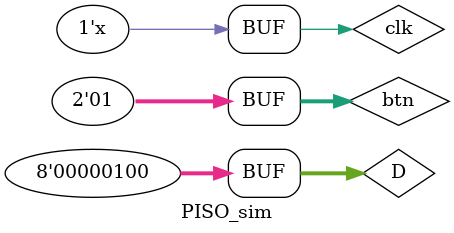
<source format=v>
`timescale 1ns / 1ps


module PISO_sim;

reg [7:0]D;
reg [1:0]btn; 
reg clk;
wire [7:0]led;
wire [7:0]RGB;

PISO CUT(

.D(D),
.btn(btn),
.clk(clk),
.led(led),
.RGB(RGB)

); 
always #5 clk = ~clk;

initial
    begin
         
        D = 0;
        btn = 0;
        clk = 0;
        #100;
        
        btn[0] = 1;
        btn[1] = 0;
        
        #100;
        btn[0] = 0;
        btn[0] = 1;
        
        D = 4;
        #100;
    
    end
endmodule

</source>
